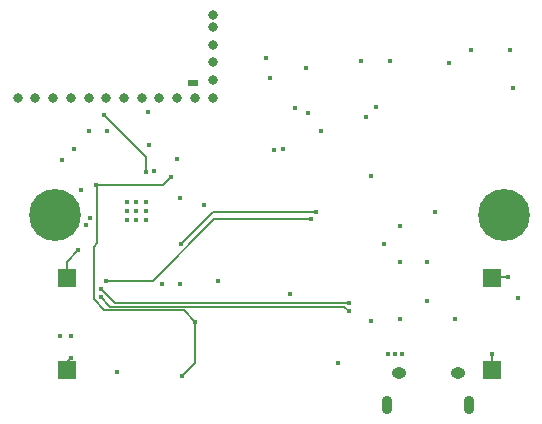
<source format=gbr>
%TF.GenerationSoftware,KiCad,Pcbnew,(5.1.7-0-10_14)*%
%TF.CreationDate,2020-11-27T19:57:41+01:00*%
%TF.ProjectId,AtmoNode,41746d6f-4e6f-4646-952e-6b696361645f,rev?*%
%TF.SameCoordinates,Original*%
%TF.FileFunction,Copper,L1,Top*%
%TF.FilePolarity,Positive*%
%FSLAX46Y46*%
G04 Gerber Fmt 4.6, Leading zero omitted, Abs format (unit mm)*
G04 Created by KiCad (PCBNEW (5.1.7-0-10_14)) date 2020-11-27 19:57:41*
%MOMM*%
%LPD*%
G01*
G04 APERTURE LIST*
%TA.AperFunction,ComponentPad*%
%ADD10C,4.400000*%
%TD*%
%TA.AperFunction,ComponentPad*%
%ADD11C,0.700000*%
%TD*%
%TA.AperFunction,SMDPad,CuDef*%
%ADD12R,1.500000X1.500000*%
%TD*%
%TA.AperFunction,ComponentPad*%
%ADD13R,0.900000X0.500000*%
%TD*%
%TA.AperFunction,ComponentPad*%
%ADD14O,0.890000X1.550000*%
%TD*%
%TA.AperFunction,ComponentPad*%
%ADD15O,1.250000X0.950000*%
%TD*%
%TA.AperFunction,ViaPad*%
%ADD16C,0.800000*%
%TD*%
%TA.AperFunction,ViaPad*%
%ADD17C,0.450000*%
%TD*%
%TA.AperFunction,Conductor*%
%ADD18C,0.127000*%
%TD*%
G04 APERTURE END LIST*
D10*
%TO.P,H2,1*%
%TO.N,GND*%
X149000000Y-109000000D03*
D11*
X150650000Y-109000000D03*
X150166726Y-110166726D03*
X149000000Y-110650000D03*
X147833274Y-110166726D03*
X147350000Y-109000000D03*
X147833274Y-107833274D03*
X149000000Y-107350000D03*
X150166726Y-107833274D03*
%TD*%
D10*
%TO.P,H1,1*%
%TO.N,GND*%
X111000000Y-109000000D03*
D11*
X112650000Y-109000000D03*
X112166726Y-110166726D03*
X111000000Y-110650000D03*
X109833274Y-110166726D03*
X109350000Y-109000000D03*
X109833274Y-107833274D03*
X111000000Y-107350000D03*
X112166726Y-107833274D03*
%TD*%
D12*
%TO.P,SW2,2*%
%TO.N,GND*%
X148000000Y-122200000D03*
%TO.P,SW2,1*%
%TO.N,GPIO2*%
X148000000Y-114400000D03*
%TD*%
D13*
%TO.P,AE1,2*%
%TO.N,GND*%
X122700000Y-97900000D03*
%TD*%
D12*
%TO.P,SW3,2*%
%TO.N,GND*%
X112000000Y-114400000D03*
%TO.P,SW3,1*%
%TO.N,GPIO0*%
X112000000Y-122200000D03*
%TD*%
D14*
%TO.P,J1,6*%
%TO.N,Net-(J1-Pad6)*%
X139100000Y-125100000D03*
X146100000Y-125100000D03*
D15*
X140100000Y-122400000D03*
X145100000Y-122400000D03*
%TD*%
D16*
%TO.N,*%
X124350000Y-99100000D03*
X122850000Y-99100000D03*
D17*
%TO.N,GND*%
X118700000Y-107900000D03*
X117100000Y-107900000D03*
X117100000Y-109500000D03*
X118700000Y-109500000D03*
X117900000Y-109500000D03*
X117900000Y-107900000D03*
X118700000Y-108700000D03*
X117100000Y-108700000D03*
X117900000Y-108700000D03*
D16*
X121350000Y-99100000D03*
X118350000Y-99100000D03*
X116850000Y-99100000D03*
X115350000Y-99100000D03*
X113850000Y-99100000D03*
X112350000Y-99100000D03*
X110850000Y-99100000D03*
X109350000Y-99100000D03*
X124400000Y-97600000D03*
X119850000Y-99100000D03*
X124400000Y-94600000D03*
X124400000Y-93100000D03*
X107850000Y-99100000D03*
X124400000Y-96100000D03*
D17*
X123600000Y-108200000D03*
X121600000Y-114900000D03*
X112400000Y-119300000D03*
X116300000Y-122300000D03*
X113900000Y-101900000D03*
X111600000Y-104400000D03*
X130900000Y-115700000D03*
X135000000Y-121600000D03*
X140400000Y-120800000D03*
X139800000Y-120800000D03*
X139200000Y-120800000D03*
X139400000Y-96000000D03*
X138200000Y-99900000D03*
X137350000Y-100700000D03*
X133550000Y-101900000D03*
X129592498Y-103506551D03*
X131300000Y-100000000D03*
X132400000Y-100400000D03*
X113000000Y-112000000D03*
X113180473Y-106919527D03*
X118900000Y-100300000D03*
X140200000Y-110000000D03*
X140200000Y-113000000D03*
X138900000Y-111500000D03*
X124800000Y-114654800D03*
X148000000Y-120800000D03*
X143200000Y-108800000D03*
X132300000Y-96600000D03*
D16*
X124350000Y-92100000D03*
D17*
X149750000Y-98300000D03*
X118968773Y-103075677D03*
X121300000Y-104300000D03*
X146250000Y-95100000D03*
X137800000Y-118050000D03*
%TO.N,+3V3*%
X120100000Y-114900000D03*
X111400000Y-119300000D03*
X136900000Y-96000000D03*
X130350000Y-103425000D03*
X114000000Y-109300000D03*
X142500000Y-113000000D03*
X142500000Y-116300000D03*
X140200000Y-117800000D03*
X144900000Y-117800000D03*
X121619527Y-107619527D03*
X113600000Y-109900000D03*
X128900000Y-95700000D03*
X129200000Y-97400000D03*
X150200000Y-116100000D03*
X137752574Y-105752574D03*
X149550000Y-95100000D03*
X115384490Y-101900000D03*
X119400000Y-105300000D03*
X144400000Y-96200000D03*
X112600000Y-103450000D03*
%TO.N,RESET*%
X122900000Y-118100000D03*
X114499227Y-106484500D03*
X121750000Y-122700000D03*
X120800000Y-105850000D03*
%TO.N,SDA*%
X133100000Y-108800000D03*
X121700000Y-111500000D03*
%TO.N,SCL*%
X132700000Y-109400000D03*
X115315510Y-114600000D03*
%TO.N,GPIO0*%
X112400000Y-121100000D03*
%TO.N,RXD*%
X114915500Y-115300000D03*
X135900000Y-116500000D03*
%TO.N,TXD*%
X114900000Y-116000000D03*
X135900000Y-117200000D03*
%TO.N,GPIO2*%
X149400000Y-114300000D03*
%TO.N,Net-(TP7-Pad1)*%
X115150000Y-100550000D03*
X118750000Y-105400002D03*
%TD*%
D18*
%TO.N,GND*%
X148000000Y-122200000D02*
X148000000Y-120800000D01*
X112000000Y-113000000D02*
X113000000Y-112000000D01*
X112000000Y-114400000D02*
X112000000Y-113000000D01*
%TO.N,RESET*%
X114600000Y-106585273D02*
X114499227Y-106484500D01*
X114600000Y-111400000D02*
X114600000Y-106585273D01*
X121900000Y-117100000D02*
X115200000Y-117100000D01*
X114284785Y-116184785D02*
X114284785Y-111715215D01*
X114284785Y-111715215D02*
X114600000Y-111400000D01*
X115200000Y-117100000D02*
X114284785Y-116184785D01*
X122900000Y-118100000D02*
X121900000Y-117100000D01*
X122900000Y-121550000D02*
X122900000Y-118100000D01*
X121750000Y-122700000D02*
X122900000Y-121550000D01*
X120165500Y-106484500D02*
X120800000Y-105850000D01*
X114499227Y-106484500D02*
X120165500Y-106484500D01*
%TO.N,SDA*%
X133100000Y-108800000D02*
X131000000Y-108800000D01*
X131000000Y-108800000D02*
X124400000Y-108800000D01*
X124400000Y-108800000D02*
X121700000Y-111500000D01*
%TO.N,SCL*%
X119300000Y-114600000D02*
X115315510Y-114600000D01*
X132700000Y-109400000D02*
X124500000Y-109400000D01*
X124500000Y-109400000D02*
X119300000Y-114600000D01*
%TO.N,GPIO0*%
X112000000Y-121500000D02*
X112400000Y-121100000D01*
X112000000Y-122200000D02*
X112000000Y-121500000D01*
%TO.N,RXD*%
X114915500Y-115300000D02*
X116115500Y-116500000D01*
X116115500Y-116500000D02*
X135900000Y-116500000D01*
%TO.N,TXD*%
X135500000Y-116800000D02*
X135900000Y-117200000D01*
X115700000Y-116800000D02*
X135500000Y-116800000D01*
X114900000Y-116000000D02*
X115700000Y-116800000D01*
%TO.N,GPIO2*%
X148100000Y-114300000D02*
X148000000Y-114400000D01*
X149400000Y-114300000D02*
X148100000Y-114300000D01*
%TO.N,Net-(TP7-Pad1)*%
X118750000Y-104150000D02*
X118750000Y-105400002D01*
X115150000Y-100550000D02*
X118750000Y-104150000D01*
%TD*%
M02*

</source>
